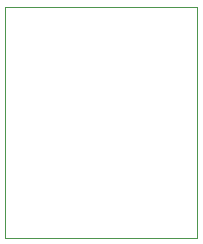
<source format=gbr>
%TF.GenerationSoftware,KiCad,Pcbnew,(6.0.5-0)*%
%TF.CreationDate,2023-04-24T20:53:52-07:00*%
%TF.ProjectId,Magnetometer_Breakout_IIS2MDCTR,4d61676e-6574-46f6-9d65-7465725f4272,rev?*%
%TF.SameCoordinates,Original*%
%TF.FileFunction,Profile,NP*%
%FSLAX46Y46*%
G04 Gerber Fmt 4.6, Leading zero omitted, Abs format (unit mm)*
G04 Created by KiCad (PCBNEW (6.0.5-0)) date 2023-04-24 20:53:52*
%MOMM*%
%LPD*%
G01*
G04 APERTURE LIST*
%TA.AperFunction,Profile*%
%ADD10C,0.100000*%
%TD*%
G04 APERTURE END LIST*
D10*
X100584000Y-75438000D02*
X116840000Y-75438000D01*
X116840000Y-94996000D02*
X100584000Y-94996000D01*
X116840000Y-75438000D02*
X116840000Y-94996000D01*
X100584000Y-94996000D02*
X100584000Y-75438000D01*
M02*

</source>
